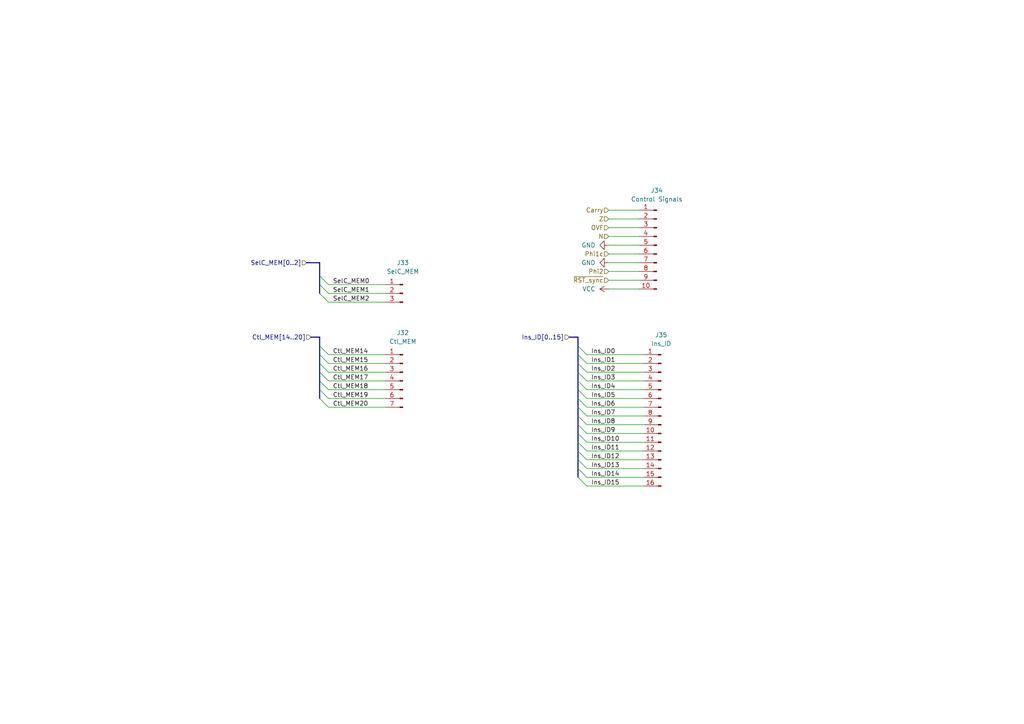
<source format=kicad_sch>
(kicad_sch (version 20250114) (generator "eeschema") (generator_version "9.0")
  (paper "A4")
  (title_block (date "2023-03-24") (rev "B"))
  (lib_symbols
    (symbol "Connector:Conn_01x03_Pin" (pin_names (offset 1.016) (hide yes))
      (property "Reference" "J" (at 0 5.08 0))
      (property "Value" "Conn_01x03_Pin" (at 0 -5.08 0))
      (symbol "Conn_01x03_Pin_1_1"
        (rectangle (start 0.8636 2.667) (end 0 2.413) (stroke (width 0.1524)) (fill (type outline)))
        (rectangle (start 0.8636 0.127) (end 0 -0.127) (stroke (width 0.1524)) (fill (type outline)))
        (rectangle (start 0.8636 -2.413) (end 0 -2.667) (stroke (width 0.1524)) (fill (type outline)))
        (polyline (pts (xy 1.27 2.54) (xy 0.8636 2.54)) (stroke (width 0.1524)))
        (polyline (pts (xy 1.27 0) (xy 0.8636 0)) (stroke (width 0.1524)))
        (polyline (pts (xy 1.27 -2.54) (xy 0.8636 -2.54)) (stroke (width 0.1524)))
        (pin passive line (at 5.08 2.54 180) (length 3.81) (name "Pin_1") (number "1"))
        (pin passive line (at 5.08 0 180) (length 3.81) (name "Pin_2") (number "2"))
        (pin passive line (at 5.08 -2.54 180) (length 3.81) (name "Pin_3") (number "3"))
      )
    )
    (symbol "Connector:Conn_01x07_Pin" (pin_names (offset 1.016) (hide yes))
      (property "Reference" "J" (at 0 10.16 0))
      (property "Value" "Conn_01x07_Pin" (at 0 -10.16 0))
      (symbol "Conn_01x07_Pin_1_1"
        (rectangle (start 0.8636 7.747) (end 0 7.493) (stroke (width 0.1524)) (fill (type outline)))
        (rectangle (start 0.8636 5.207) (end 0 4.953) (stroke (width 0.1524)) (fill (type outline)))
        (rectangle (start 0.8636 2.667) (end 0 2.413) (stroke (width 0.1524)) (fill (type outline)))
        (rectangle (start 0.8636 0.127) (end 0 -0.127) (stroke (width 0.1524)) (fill (type outline)))
        (rectangle (start 0.8636 -2.413) (end 0 -2.667) (stroke (width 0.1524)) (fill (type outline)))
        (rectangle (start 0.8636 -4.953) (end 0 -5.207) (stroke (width 0.1524)) (fill (type outline)))
        (rectangle (start 0.8636 -7.493) (end 0 -7.747) (stroke (width 0.1524)) (fill (type outline)))
        (polyline (pts (xy 1.27 7.62) (xy 0.8636 7.62)) (stroke (width 0.1524)))
        (polyline (pts (xy 1.27 5.08) (xy 0.8636 5.08)) (stroke (width 0.1524)))
        (polyline (pts (xy 1.27 2.54) (xy 0.8636 2.54)) (stroke (width 0.1524)))
        (polyline (pts (xy 1.27 0) (xy 0.8636 0)) (stroke (width 0.1524)))
        (polyline (pts (xy 1.27 -2.54) (xy 0.8636 -2.54)) (stroke (width 0.1524)))
        (polyline (pts (xy 1.27 -5.08) (xy 0.8636 -5.08)) (stroke (width 0.1524)))
        (polyline (pts (xy 1.27 -7.62) (xy 0.8636 -7.62)) (stroke (width 0.1524)))
        (pin passive line (at 5.08 7.62 180) (length 3.81) (name "Pin_1") (number "1"))
        (pin passive line (at 5.08 5.08 180) (length 3.81) (name "Pin_2") (number "2"))
        (pin passive line (at 5.08 2.54 180) (length 3.81) (name "Pin_3") (number "3"))
        (pin passive line (at 5.08 0 180) (length 3.81) (name "Pin_4") (number "4"))
        (pin passive line (at 5.08 -2.54 180) (length 3.81) (name "Pin_5") (number "5"))
        (pin passive line (at 5.08 -5.08 180) (length 3.81) (name "Pin_6") (number "6"))
        (pin passive line (at 5.08 -7.62 180) (length 3.81) (name "Pin_7") (number "7"))
      )
    )
    (symbol "Connector:Conn_01x10_Pin" (pin_names (offset 1.016) (hide yes))
      (property "Reference" "J" (at 0 12.7 0))
      (property "Value" "Conn_01x10_Pin" (at 0 -15.24 0))
      (symbol "Conn_01x10_Pin_1_1"
        (rectangle (start 0.8636 10.287) (end 0 10.033) (stroke (width 0.1524)) (fill (type outline)))
        (rectangle (start 0.8636 7.747) (end 0 7.493) (stroke (width 0.1524)) (fill (type outline)))
        (rectangle (start 0.8636 5.207) (end 0 4.953) (stroke (width 0.1524)) (fill (type outline)))
        (rectangle (start 0.8636 2.667) (end 0 2.413) (stroke (width 0.1524)) (fill (type outline)))
        (rectangle (start 0.8636 0.127) (end 0 -0.127) (stroke (width 0.1524)) (fill (type outline)))
        (rectangle (start 0.8636 -2.413) (end 0 -2.667) (stroke (width 0.1524)) (fill (type outline)))
        (rectangle (start 0.8636 -4.953) (end 0 -5.207) (stroke (width 0.1524)) (fill (type outline)))
        (rectangle (start 0.8636 -7.493) (end 0 -7.747) (stroke (width 0.1524)) (fill (type outline)))
        (rectangle (start 0.8636 -10.033) (end 0 -10.287) (stroke (width 0.1524)) (fill (type outline)))
        (rectangle (start 0.8636 -12.573) (end 0 -12.827) (stroke (width 0.1524)) (fill (type outline)))
        (polyline (pts (xy 1.27 10.16) (xy 0.8636 10.16)) (stroke (width 0.1524)))
        (polyline (pts (xy 1.27 7.62) (xy 0.8636 7.62)) (stroke (width 0.1524)))
        (polyline (pts (xy 1.27 5.08) (xy 0.8636 5.08)) (stroke (width 0.1524)))
        (polyline (pts (xy 1.27 2.54) (xy 0.8636 2.54)) (stroke (width 0.1524)))
        (polyline (pts (xy 1.27 0) (xy 0.8636 0)) (stroke (width 0.1524)))
        (polyline (pts (xy 1.27 -2.54) (xy 0.8636 -2.54)) (stroke (width 0.1524)))
        (polyline (pts (xy 1.27 -5.08) (xy 0.8636 -5.08)) (stroke (width 0.1524)))
        (polyline (pts (xy 1.27 -7.62) (xy 0.8636 -7.62)) (stroke (width 0.1524)))
        (polyline (pts (xy 1.27 -10.16) (xy 0.8636 -10.16)) (stroke (width 0.1524)))
        (polyline (pts (xy 1.27 -12.7) (xy 0.8636 -12.7)) (stroke (width 0.1524)))
        (pin passive line (at 5.08 10.16 180) (length 3.81) (name "Pin_1") (number "1"))
        (pin passive line (at 5.08 7.62 180) (length 3.81) (name "Pin_2") (number "2"))
        (pin passive line (at 5.08 5.08 180) (length 3.81) (name "Pin_3") (number "3"))
        (pin passive line (at 5.08 2.54 180) (length 3.81) (name "Pin_4") (number "4"))
        (pin passive line (at 5.08 0 180) (length 3.81) (name "Pin_5") (number "5"))
        (pin passive line (at 5.08 -2.54 180) (length 3.81) (name "Pin_6") (number "6"))
        (pin passive line (at 5.08 -5.08 180) (length 3.81) (name "Pin_7") (number "7"))
        (pin passive line (at 5.08 -7.62 180) (length 3.81) (name "Pin_8") (number "8"))
        (pin passive line (at 5.08 -10.16 180) (length 3.81) (name "Pin_9") (number "9"))
        (pin passive line (at 5.08 -12.7 180) (length 3.81) (name "Pin_10") (number "10"))
      )
    )
    (symbol "Connector:Conn_01x16_Pin" (pin_names (offset 1.016) (hide yes))
      (property "Reference" "J" (at 0 20.32 0))
      (property "Value" "Conn_01x16_Pin" (at 0 -22.86 0))
      (symbol "Conn_01x16_Pin_1_1"
        (rectangle (start 0.8636 17.907) (end 0 17.653) (stroke (width 0.1524)) (fill (type outline)))
        (rectangle (start 0.8636 15.367) (end 0 15.113) (stroke (width 0.1524)) (fill (type outline)))
        (rectangle (start 0.8636 12.827) (end 0 12.573) (stroke (width 0.1524)) (fill (type outline)))
        (rectangle (start 0.8636 10.287) (end 0 10.033) (stroke (width 0.1524)) (fill (type outline)))
        (rectangle (start 0.8636 7.747) (end 0 7.493) (stroke (width 0.1524)) (fill (type outline)))
        (rectangle (start 0.8636 5.207) (end 0 4.953) (stroke (width 0.1524)) (fill (type outline)))
        (rectangle (start 0.8636 2.667) (end 0 2.413) (stroke (width 0.1524)) (fill (type outline)))
        (rectangle (start 0.8636 0.127) (end 0 -0.127) (stroke (width 0.1524)) (fill (type outline)))
        (rectangle (start 0.8636 -2.413) (end 0 -2.667) (stroke (width 0.1524)) (fill (type outline)))
        (rectangle (start 0.8636 -4.953) (end 0 -5.207) (stroke (width 0.1524)) (fill (type outline)))
        (rectangle (start 0.8636 -7.493) (end 0 -7.747) (stroke (width 0.1524)) (fill (type outline)))
        (rectangle (start 0.8636 -10.033) (end 0 -10.287) (stroke (width 0.1524)) (fill (type outline)))
        (rectangle (start 0.8636 -12.573) (end 0 -12.827) (stroke (width 0.1524)) (fill (type outline)))
        (rectangle (start 0.8636 -15.113) (end 0 -15.367) (stroke (width 0.1524)) (fill (type outline)))
        (rectangle (start 0.8636 -17.653) (end 0 -17.907) (stroke (width 0.1524)) (fill (type outline)))
        (rectangle (start 0.8636 -20.193) (end 0 -20.447) (stroke (width 0.1524)) (fill (type outline)))
        (polyline (pts (xy 1.27 17.78) (xy 0.8636 17.78)) (stroke (width 0.1524)))
        (polyline (pts (xy 1.27 15.24) (xy 0.8636 15.24)) (stroke (width 0.1524)))
        (polyline (pts (xy 1.27 12.7) (xy 0.8636 12.7)) (stroke (width 0.1524)))
        (polyline (pts (xy 1.27 10.16) (xy 0.8636 10.16)) (stroke (width 0.1524)))
        (polyline (pts (xy 1.27 7.62) (xy 0.8636 7.62)) (stroke (width 0.1524)))
        (polyline (pts (xy 1.27 5.08) (xy 0.8636 5.08)) (stroke (width 0.1524)))
        (polyline (pts (xy 1.27 2.54) (xy 0.8636 2.54)) (stroke (width 0.1524)))
        (polyline (pts (xy 1.27 0) (xy 0.8636 0)) (stroke (width 0.1524)))
        (polyline (pts (xy 1.27 -2.54) (xy 0.8636 -2.54)) (stroke (width 0.1524)))
        (polyline (pts (xy 1.27 -5.08) (xy 0.8636 -5.08)) (stroke (width 0.1524)))
        (polyline (pts (xy 1.27 -7.62) (xy 0.8636 -7.62)) (stroke (width 0.1524)))
        (polyline (pts (xy 1.27 -10.16) (xy 0.8636 -10.16)) (stroke (width 0.1524)))
        (polyline (pts (xy 1.27 -12.7) (xy 0.8636 -12.7)) (stroke (width 0.1524)))
        (polyline (pts (xy 1.27 -15.24) (xy 0.8636 -15.24)) (stroke (width 0.1524)))
        (polyline (pts (xy 1.27 -17.78) (xy 0.8636 -17.78)) (stroke (width 0.1524)))
        (polyline (pts (xy 1.27 -20.32) (xy 0.8636 -20.32)) (stroke (width 0.1524)))
        (pin passive line (at 5.08 17.78 180) (length 3.81) (name "Pin_1") (number "1"))
        (pin passive line (at 5.08 15.24 180) (length 3.81) (name "Pin_2") (number "2"))
        (pin passive line (at 5.08 12.7 180) (length 3.81) (name "Pin_3") (number "3"))
        (pin passive line (at 5.08 10.16 180) (length 3.81) (name "Pin_4") (number "4"))
        (pin passive line (at 5.08 7.62 180) (length 3.81) (name "Pin_5") (number "5"))
        (pin passive line (at 5.08 5.08 180) (length 3.81) (name "Pin_6") (number "6"))
        (pin passive line (at 5.08 2.54 180) (length 3.81) (name "Pin_7") (number "7"))
        (pin passive line (at 5.08 0 180) (length 3.81) (name "Pin_8") (number "8"))
        (pin passive line (at 5.08 -2.54 180) (length 3.81) (name "Pin_9") (number "9"))
        (pin passive line (at 5.08 -5.08 180) (length 3.81) (name "Pin_10") (number "10"))
        (pin passive line (at 5.08 -7.62 180) (length 3.81) (name "Pin_11") (number "11"))
        (pin passive line (at 5.08 -10.16 180) (length 3.81) (name "Pin_12") (number "12"))
        (pin passive line (at 5.08 -12.7 180) (length 3.81) (name "Pin_13") (number "13"))
        (pin passive line (at 5.08 -15.24 180) (length 3.81) (name "Pin_14") (number "14"))
        (pin passive line (at 5.08 -17.78 180) (length 3.81) (name "Pin_15") (number "15"))
        (pin passive line (at 5.08 -20.32 180) (length 3.81) (name "Pin_16") (number "16"))
      )
    )
    (symbol "power:GND" (power) (pin_names (offset 0))
      (property "Value" "GND" (at 0 -3.81 0))
      (symbol "GND_0_1"
        (polyline (pts (xy 0 0) (xy 0 -1.27) (xy 1.27 -1.27) (xy 0 -2.54) (xy -1.27 -1.27) (xy 0 -1.27)))
      )
      (symbol "GND_1_1"
        (pin power_in line (at 0 0 270) (length 0) (hide yes) (name "GND") (number "1"))
      )
    )
    (symbol "power:VCC" (power) (pin_names (offset 0))
      (property "Value" "VCC" (at 0 3.81 0))
      (symbol "VCC_0_1"
        (polyline (pts (xy -0.762 1.27) (xy 0 2.54)))
        (polyline (pts (xy 0 2.54) (xy 0.762 1.27)))
        (polyline (pts (xy 0 0) (xy 0 2.54)))
      )
      (symbol "VCC_1_1"
        (pin power_in line (at 0 0 90) (length 0) (hide yes) (name "VCC") (number "1"))
      )
    )
  )
  (bus_entry (at 92.71 113.03) (size 2.54 2.54))
  (bus_entry (at 167.64 110.49) (size 2.54 2.54))
  (bus_entry (at 167.64 115.57) (size 2.54 2.54))
  (bus_entry (at 92.71 102.87) (size 2.54 2.54))
  (bus_entry (at 167.64 100.33) (size 2.54 2.54))
  (bus_entry (at 167.64 120.65) (size 2.54 2.54))
  (bus_entry (at 167.64 107.95) (size 2.54 2.54))
  (bus_entry (at 167.64 138.43) (size 2.54 2.54))
  (bus_entry (at 92.71 115.57) (size 2.54 2.54))
  (bus_entry (at 92.71 100.33) (size 2.54 2.54))
  (bus_entry (at 167.64 102.87) (size 2.54 2.54))
  (bus_entry (at 167.64 105.41) (size 2.54 2.54))
  (bus_entry (at 167.64 123.19) (size 2.54 2.54))
  (bus_entry (at 167.64 130.81) (size 2.54 2.54))
  (bus_entry (at 92.71 107.95) (size 2.54 2.54))
  (bus_entry (at 167.64 135.89) (size 2.54 2.54))
  (bus_entry (at 167.64 113.03) (size 2.54 2.54))
  (bus_entry (at 167.64 118.11) (size 2.54 2.54))
  (bus_entry (at 92.71 85.09) (size 2.54 2.54))
  (bus_entry (at 167.64 125.73) (size 2.54 2.54))
  (bus_entry (at 92.71 82.55) (size 2.54 2.54))
  (bus_entry (at 92.71 105.41) (size 2.54 2.54))
  (bus_entry (at 167.64 133.35) (size 2.54 2.54))
  (bus_entry (at 167.64 128.27) (size 2.54 2.54))
  (bus_entry (at 92.71 80.01) (size 2.54 2.54))
  (bus_entry (at 92.71 110.49) (size 2.54 2.54))
  (bus (pts (xy 90.17 97.79) (xy 92.71 97.79)))
  (wire (pts (xy 95.25 110.49) (xy 111.76 110.49)))
  (bus (pts (xy 167.64 115.57) (xy 167.64 118.11)))
  (wire (pts (xy 185.42 81.28) (xy 176.53 81.28)))
  (wire (pts (xy 95.25 115.57) (xy 111.76 115.57)))
  (wire (pts (xy 185.42 83.82) (xy 176.53 83.82)))
  (wire (pts (xy 95.25 85.09) (xy 111.76 85.09)))
  (bus (pts (xy 167.64 97.79) (xy 167.64 100.33)))
  (wire (pts (xy 170.18 115.57) (xy 186.69 115.57)))
  (wire (pts (xy 185.42 60.96) (xy 176.53 60.96)))
  (bus (pts (xy 165.1 97.79) (xy 167.64 97.79)))
  (bus (pts (xy 92.71 85.09) (xy 92.71 82.55)))
  (wire (pts (xy 170.18 105.41) (xy 186.69 105.41)))
  (bus (pts (xy 167.64 133.35) (xy 167.64 135.89)))
  (wire (pts (xy 185.42 68.58) (xy 176.53 68.58)))
  (bus (pts (xy 92.71 110.49) (xy 92.71 113.03)))
  (bus (pts (xy 167.64 113.03) (xy 167.64 115.57)))
  (wire (pts (xy 170.18 128.27) (xy 186.69 128.27)))
  (bus (pts (xy 92.71 76.2) (xy 88.9 76.2)))
  (wire (pts (xy 95.25 82.55) (xy 111.76 82.55)))
  (wire (pts (xy 95.25 118.11) (xy 111.76 118.11)))
  (wire (pts (xy 185.42 66.04) (xy 176.53 66.04)))
  (bus (pts (xy 167.64 128.27) (xy 167.64 130.81)))
  (wire (pts (xy 170.18 118.11) (xy 186.69 118.11)))
  (bus (pts (xy 167.64 110.49) (xy 167.64 113.03)))
  (wire (pts (xy 170.18 120.65) (xy 186.69 120.65)))
  (bus (pts (xy 167.64 107.95) (xy 167.64 110.49)))
  (bus (pts (xy 92.71 80.01) (xy 92.71 76.2)))
  (bus (pts (xy 92.71 100.33) (xy 92.71 102.87)))
  (wire (pts (xy 95.25 102.87) (xy 111.76 102.87)))
  (wire (pts (xy 170.18 138.43) (xy 186.69 138.43)))
  (bus (pts (xy 92.71 113.03) (xy 92.71 115.57)))
  (bus (pts (xy 167.64 100.33) (xy 167.64 102.87)))
  (wire (pts (xy 95.25 113.03) (xy 111.76 113.03)))
  (bus (pts (xy 167.64 105.41) (xy 167.64 107.95)))
  (wire (pts (xy 185.42 73.66) (xy 176.53 73.66)))
  (wire (pts (xy 170.18 123.19) (xy 186.69 123.19)))
  (wire (pts (xy 185.42 78.74) (xy 176.53 78.74)))
  (wire (pts (xy 170.18 113.03) (xy 186.69 113.03)))
  (wire (pts (xy 170.18 133.35) (xy 186.69 133.35)))
  (wire (pts (xy 185.42 76.2) (xy 176.53 76.2)))
  (bus (pts (xy 167.64 130.81) (xy 167.64 133.35)))
  (wire (pts (xy 170.18 102.87) (xy 186.69 102.87)))
  (bus (pts (xy 92.71 97.79) (xy 92.71 100.33)))
  (bus (pts (xy 167.64 125.73) (xy 167.64 128.27)))
  (bus (pts (xy 92.71 107.95) (xy 92.71 110.49)))
  (wire (pts (xy 95.25 107.95) (xy 111.76 107.95)))
  (bus (pts (xy 167.64 135.89) (xy 167.64 138.43)))
  (bus (pts (xy 167.64 102.87) (xy 167.64 105.41)))
  (wire (pts (xy 170.18 110.49) (xy 186.69 110.49)))
  (bus (pts (xy 92.71 105.41) (xy 92.71 107.95)))
  (bus (pts (xy 92.71 102.87) (xy 92.71 105.41)))
  (wire (pts (xy 170.18 130.81) (xy 186.69 130.81)))
  (wire (pts (xy 185.42 71.12) (xy 176.53 71.12)))
  (bus (pts (xy 167.64 123.19) (xy 167.64 125.73)))
  (wire (pts (xy 170.18 125.73) (xy 186.69 125.73)))
  (wire (pts (xy 95.25 105.41) (xy 111.76 105.41)))
  (wire (pts (xy 95.25 87.63) (xy 111.76 87.63)))
  (wire (pts (xy 185.42 63.5) (xy 176.53 63.5)))
  (bus (pts (xy 167.64 118.11) (xy 167.64 120.65)))
  (bus (pts (xy 92.71 82.55) (xy 92.71 80.01)))
  (bus (pts (xy 167.64 120.65) (xy 167.64 123.19)))
  (wire (pts (xy 170.18 107.95) (xy 186.69 107.95)))
  (wire (pts (xy 170.18 135.89) (xy 186.69 135.89)))
  (wire (pts (xy 170.18 140.97) (xy 186.69 140.97)))
  (label "SelC_MEM1" (at 96.52 85.09 0))
  (label "Ins_ID0" (at 171.45 102.87 0))
  (label "Ins_ID10" (at 171.45 128.27 0))
  (label "Ins_ID6" (at 171.45 118.11 0))
  (label "Ins_ID5" (at 171.45 115.57 0))
  (label "SelC_MEM0" (at 96.52 82.55 0))
  (label "Ins_ID14" (at 171.45 138.43 0))
  (label "Ctl_MEM17" (at 96.52 110.49 0))
  (label "Ins_ID15" (at 171.45 140.97 0))
  (label "Ins_ID13" (at 171.45 135.89 0))
  (label "Ins_ID12" (at 171.45 133.35 0))
  (label "Ins_ID3" (at 171.45 110.49 0))
  (label "Ins_ID7" (at 171.45 120.65 0))
  (label "Ctl_MEM18" (at 96.52 113.03 0))
  (label "Ins_ID2" (at 171.45 107.95 0))
  (label "Ctl_MEM15" (at 96.52 105.41 0))
  (label "Ins_ID9" (at 171.45 125.73 0))
  (label "Ctl_MEM19" (at 96.52 115.57 0))
  (label "Ctl_MEM20" (at 96.52 118.11 0))
  (label "Ins_ID1" (at 171.45 105.41 0))
  (label "Ins_ID11" (at 171.45 130.81 0))
  (label "SelC_MEM2" (at 96.52 87.63 0))
  (label "Ins_ID4" (at 171.45 113.03 0))
  (label "Ctl_MEM16" (at 96.52 107.95 0))
  (label "Ctl_MEM14" (at 96.52 102.87 0))
  (label "Ins_ID8" (at 171.45 123.19 0))
  (hierarchical_label "OVF" (shape input) (at 176.53 66.04 180))
  (hierarchical_label "Z" (shape input) (at 176.53 63.5 180))
  (hierarchical_label "Ctl_MEM[14..20]" (shape input) (at 90.17 97.79 180))
  (hierarchical_label "Phi2" (shape input) (at 176.53 78.74 180))
  (hierarchical_label "SelC_MEM[0..2]" (shape input) (at 88.9 76.2 180))
  (hierarchical_label "N" (shape input) (at 176.53 68.58 180))
  (hierarchical_label "~{RST_sync}" (shape input) (at 176.53 81.28 180))
  (hierarchical_label "Ins_ID[0..15]" (shape input) (at 165.1 97.79 180))
  (hierarchical_label "Phi1c" (shape input) (at 176.53 73.66 180))
  (hierarchical_label "Carry" (shape input) (at 176.53 60.96 180))
  (symbol (lib_id "power:GND") (at 176.53 71.12 270) (mirror x) (unit 1)
    (property "Reference" "#PWR022" (effects (hide yes)))
    (property "Value" "GND" (at 172.72 71.1199 90) (effects (justify right)))
  )
  (symbol (lib_id "Connector:Conn_01x10_Pin") (at 190.5 71.12 0) (mirror y) (unit 1)
    (property "Reference" "J34" (at 190.5 55.245 0))
    (property "Value" "Control Signals" (at 190.5 57.785 0))
    (property "Footprint" "Connector_PinHeader_2.54mm:PinHeader_1x10_P2.54mm_Vertical" (effects (hide yes)))
  )
  (symbol (lib_id "Connector:Conn_01x03_Pin") (at 116.84 85.09 0) (mirror y) (unit 1)
    (property "Reference" "J33" (at 116.84 76.2 0))
    (property "Value" "SelC_MEM" (at 116.84 78.74 0))
    (property "Footprint" "Connector_PinHeader_2.54mm:PinHeader_1x03_P2.54mm_Vertical" (effects (hide yes)))
  )
  (symbol (lib_id "power:VCC") (at 176.53 83.82 90) (mirror x) (unit 1)
    (property "Reference" "#PWR024" (effects (hide yes)))
    (property "Value" "VCC" (at 172.72 83.8199 90) (effects (justify left)))
  )
  (symbol (lib_id "Connector:Conn_01x07_Pin") (at 116.84 110.49 0) (mirror y) (unit 1)
    (property "Reference" "J32" (at 116.84 96.52 0))
    (property "Value" "Ctl_MEM" (at 116.84 99.06 0))
    (property "Footprint" "Connector_PinHeader_2.54mm:PinHeader_1x07_P2.54mm_Vertical" (effects (hide yes)))
  )
  (symbol (lib_id "Connector:Conn_01x16_Pin") (at 191.77 120.65 0) (mirror y) (unit 1)
    (property "Reference" "J35" (at 191.77 97.155 0))
    (property "Value" "Ins_ID" (at 191.77 99.695 0))
    (property "Footprint" "Connector_PinHeader_2.54mm:PinHeader_1x16_P2.54mm_Vertical" (effects (hide yes)))
  )
  (symbol (lib_id "power:GND") (at 176.53 76.2 270) (mirror x) (unit 1)
    (property "Reference" "#PWR023" (effects (hide yes)))
    (property "Value" "GND" (at 172.72 76.1999 90) (effects (justify right)))
  )
)
</source>
